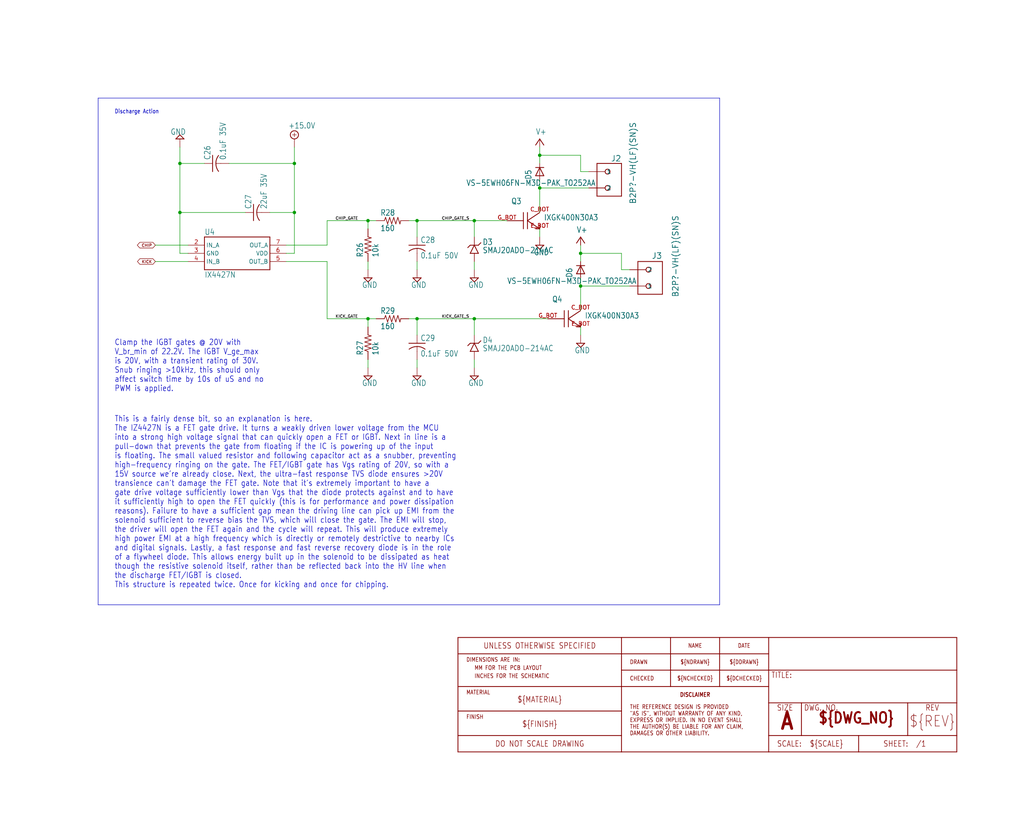
<source format=kicad_sch>
(kicad_sch (version 20230121) (generator eeschema)
  (paper "User" 318.084 254.203)
  (lib_symbols
    (symbol "kicker-eagle-import:+15.0V" (power)
      (property "Value" "+15.0V" (at -1.905 3.175 0))
      (symbol "+15.0V_1_0"
        (polyline (pts (xy -0.635 1.27) (xy 0.635 1.27)) (stroke (width 0.1524)))
        (polyline (pts (xy 0 0.635) (xy 0 1.905)) (stroke (width 0.1524)))
        (circle (center 0 1.27) (radius 1.27) (stroke (width 0.254)))
        (pin power_in line (at 0 -2.54 90) (length 2.54) (name "+15.0V") (number "1"))
      )
    )
    (symbol "kicker-eagle-import:B2P?-VH(LF)(SN)S"
      (property "Reference" "J" (at -5.08 7.62 0))
      (symbol "B2P?-VH(LF)(SN)S_1_0"
        (circle (center -0.762 -2.54) (radius 0.762) (stroke (width 0.254)))
        (circle (center -0.762 2.54) (radius 0.762) (stroke (width 0.254)))
        (polyline (pts (xy -5.08 -5.08) (xy 2.54 -5.08)) (stroke (width 0.254)))
        (polyline (pts (xy -5.08 5.08) (xy -5.08 -5.08)) (stroke (width 0.254)))
        (polyline (pts (xy 2.54 -5.08) (xy 2.54 5.08)) (stroke (width 0.254)))
        (polyline (pts (xy 2.54 5.08) (xy -5.08 5.08)) (stroke (width 0.254)))
        (pin bidirectional line (at 5.08 2.54 180) (length 5.08) (name "1") (number "1"))
        (pin bidirectional line (at 5.08 -2.54 180) (length 5.08) (name "2") (number "2"))
      )
    )
    (symbol "kicker-eagle-import:GND" (power)
      (property "Value" "GND" (at -1.905 -3.175 0))
      (symbol "GND_1_0"
        (polyline (pts (xy -1.27 0) (xy 1.27 0)) (stroke (width 0.254)))
        (polyline (pts (xy 0 -1.27) (xy -1.27 0)) (stroke (width 0.254)))
        (polyline (pts (xy 1.27 0) (xy 0 -1.27)) (stroke (width 0.254)))
        (pin power_in line (at 0 2.54 270) (length 2.54) (name "GND") (number "1"))
      )
    )
    (symbol "kicker-eagle-import:IX4427N"
      (property "Reference" "U" (at -10.16 7.62 0))
      (symbol "IX4427N_1_0"
        (polyline (pts (xy -10.16 -5.08) (xy -10.16 5.08)) (stroke (width 0.254)))
        (polyline (pts (xy -10.16 5.08) (xy 10.16 5.08)) (stroke (width 0.254)))
        (polyline (pts (xy 10.16 -5.08) (xy -10.16 -5.08)) (stroke (width 0.254)))
        (polyline (pts (xy 10.16 5.08) (xy 10.16 -5.08)) (stroke (width 0.254)))
        (pin bidirectional line (at -15.24 2.54 0) (length 5.08) (name "IN_A") (number "2"))
        (pin bidirectional line (at -15.24 0 0) (length 5.08) (name "GND") (number "3"))
        (pin bidirectional line (at -15.24 -2.54 0) (length 5.08) (name "IN_B") (number "4"))
        (pin bidirectional line (at 15.24 -2.54 180) (length 5.08) (name "OUT_B") (number "5"))
        (pin bidirectional line (at 15.24 0 180) (length 5.08) (name "VDD") (number "6"))
        (pin bidirectional line (at 15.24 2.54 180) (length 5.08) (name "OUT_A") (number "7"))
      )
    )
    (symbol "kicker-eagle-import:IXGK400N30A3"
      (property "Reference" "Q" (at -3.81 7.62 0))
      (symbol "IXGK400N30A3_1_0"
        (polyline (pts (xy -5.08 0) (xy 0 0)) (stroke (width 0.254)))
        (polyline (pts (xy 0 2.54) (xy 0 -2.54)) (stroke (width 0.254)))
        (polyline (pts (xy 1.27 0) (xy 1.27 -2.54)) (stroke (width 0.254)))
        (polyline (pts (xy 1.27 0) (xy 5.08 -2.54)) (stroke (width 0.254)))
        (polyline (pts (xy 1.27 2.54) (xy 1.27 0)) (stroke (width 0.254)))
        (polyline (pts (xy 5.08 -2.54) (xy 3.81 -2.54)) (stroke (width 0.254)))
        (polyline (pts (xy 5.08 -2.54) (xy 5.08 -1.27)) (stroke (width 0.254)))
        (polyline (pts (xy 5.08 2.54) (xy 1.27 0)) (stroke (width 0.254)))
        (pin bidirectional line (at 5.08 2.54 180) (length 0) (name "C") (number "C_BOT"))
        (pin bidirectional line (at 5.08 -2.54 180) (length 0) (name "E") (number "E_BOT"))
        (pin bidirectional line (at -5.08 0 180) (length 0) (name "G") (number "G_BOT"))
      )
    )
    (symbol "kicker-eagle-import:RO_FRAME_A_L_20161226"
      (symbol "RO_FRAME_A_L_20161226_1_0"
        (polyline (pts (xy 0 43.18) (xy 3.81 43.18)))
        (polyline (pts (xy 0 86.36) (xy 3.81 86.36)))
        (polyline (pts (xy 0 129.54) (xy 3.81 129.54)))
        (polyline (pts (xy 0 172.72) (xy 3.81 172.72)))
        (polyline (pts (xy 3.81 3.81) (xy 3.81 212.09)))
        (polyline (pts (xy 46.5667 0) (xy 46.5667 3.81)))
        (polyline (pts (xy 93.1333 0) (xy 93.1333 3.81)))
        (polyline (pts (xy 139.7 0) (xy 139.7 3.81)))
        (polyline (pts (xy 186.2667 0) (xy 186.2667 3.81)))
        (polyline (pts (xy 232.8333 0) (xy 232.8333 3.81)))
        (polyline (pts (xy 275.59 212.09) (xy 3.81 212.09)))
        (polyline (pts (xy 0 0) (xy 279.4 0) (xy 279.4 215.9) (xy 0 215.9) (xy 0 0)))
        (text "1" (at 23.2833 213.995 0) (effects (font (size 2.54 2.286))))
        (text "2" (at 69.85 213.995 0) (effects (font (size 2.54 2.286))))
        (text "3" (at 116.4167 213.995 0) (effects (font (size 2.54 2.286))))
        (text "4" (at 162.9833 213.995 0) (effects (font (size 2.54 2.286))))
        (text "5" (at 209.55 213.995 0) (effects (font (size 2.54 2.286))))
        (text "6" (at 256.1167 213.995 0) (effects (font (size 2.54 2.286))))
        (text "A" (at 1.905 194.31 0) (effects (font (size 2.54 2.286))))
        (text "B" (at 1.905 151.13 0) (effects (font (size 2.54 2.286))))
        (text "C" (at 1.905 107.95 0) (effects (font (size 2.54 2.286))))
        (text "D" (at 1.905 64.77 0) (effects (font (size 2.54 2.286))))
        (text "E" (at 1.905 21.59 0) (effects (font (size 2.54 2.286))))
      )
      (symbol "RO_FRAME_A_L_20161226_2_0"
        (polyline (pts (xy 0 0) (xy 0 5.08)) (stroke (width 0.254)))
        (polyline (pts (xy 0 5.08) (xy 0 12.7)) (stroke (width 0.254)))
        (polyline (pts (xy 0 12.7) (xy 0 20.32)) (stroke (width 0.254)))
        (polyline (pts (xy 0 12.7) (xy 50.8 12.7)) (stroke (width 0.254)))
        (polyline (pts (xy 0 20.32) (xy 0 30.48)) (stroke (width 0.254)))
        (polyline (pts (xy 0 30.48) (xy 0 35.56)) (stroke (width 0.254)))
        (polyline (pts (xy 0 30.48) (xy 50.8 30.48)) (stroke (width 0.254)))
        (polyline (pts (xy 0 35.56) (xy 50.8 35.56)) (stroke (width 0.254)))
        (polyline (pts (xy 50.8 0) (xy 0 0)) (stroke (width 0.254)))
        (polyline (pts (xy 50.8 5.08) (xy 0 5.08)) (stroke (width 0.254)))
        (polyline (pts (xy 50.8 5.08) (xy 50.8 0)) (stroke (width 0.254)))
        (polyline (pts (xy 50.8 12.7) (xy 50.8 5.08)) (stroke (width 0.254)))
        (polyline (pts (xy 50.8 20.32) (xy 0 20.32)) (stroke (width 0.254)))
        (polyline (pts (xy 50.8 20.32) (xy 50.8 12.7)) (stroke (width 0.254)))
        (polyline (pts (xy 50.8 20.32) (xy 50.8 25.4)) (stroke (width 0.254)))
        (polyline (pts (xy 50.8 25.4) (xy 50.8 30.48)) (stroke (width 0.254)))
        (polyline (pts (xy 50.8 25.4) (xy 96.52 25.4)) (stroke (width 0.254)))
        (polyline (pts (xy 50.8 30.48) (xy 96.52 30.48)) (stroke (width 0.254)))
        (polyline (pts (xy 50.8 35.56) (xy 50.8 30.48)) (stroke (width 0.254)))
        (polyline (pts (xy 50.8 35.56) (xy 66.04 35.56)) (stroke (width 0.254)))
        (polyline (pts (xy 66.04 20.32) (xy 50.8 20.32)) (stroke (width 0.254)))
        (polyline (pts (xy 66.04 35.56) (xy 66.04 20.32)) (stroke (width 0.254)))
        (polyline (pts (xy 66.04 35.56) (xy 81.28 35.56)) (stroke (width 0.254)))
        (polyline (pts (xy 81.28 20.32) (xy 66.04 20.32)) (stroke (width 0.254)))
        (polyline (pts (xy 81.28 35.56) (xy 81.28 20.32)) (stroke (width 0.254)))
        (polyline (pts (xy 81.28 35.56) (xy 96.52 35.56)) (stroke (width 0.254)))
        (polyline (pts (xy 96.52 0) (xy 50.8 0)) (stroke (width 0.254)))
        (polyline (pts (xy 96.52 0) (xy 96.52 5.08)) (stroke (width 0.254)))
        (polyline (pts (xy 96.52 5.08) (xy 96.52 15.24)) (stroke (width 0.254)))
        (polyline (pts (xy 96.52 5.08) (xy 106.68 5.08)) (stroke (width 0.254)))
        (polyline (pts (xy 96.52 15.24) (xy 96.52 20.32)) (stroke (width 0.254)))
        (polyline (pts (xy 96.52 15.24) (xy 106.68 15.24)) (stroke (width 0.254)))
        (polyline (pts (xy 96.52 20.32) (xy 81.28 20.32)) (stroke (width 0.254)))
        (polyline (pts (xy 96.52 20.32) (xy 96.52 25.4)) (stroke (width 0.254)))
        (polyline (pts (xy 96.52 25.4) (xy 96.52 30.48)) (stroke (width 0.254)))
        (polyline (pts (xy 96.52 25.4) (xy 154.94 25.4)) (stroke (width 0.254)))
        (polyline (pts (xy 96.52 30.48) (xy 96.52 35.56)) (stroke (width 0.254)))
        (polyline (pts (xy 96.52 35.56) (xy 154.94 35.56)) (stroke (width 0.254)))
        (polyline (pts (xy 106.68 5.08) (xy 124.46 5.08)) (stroke (width 0.254)))
        (polyline (pts (xy 106.68 15.24) (xy 106.68 5.08)) (stroke (width 0.254)))
        (polyline (pts (xy 106.68 15.24) (xy 139.7 15.24)) (stroke (width 0.254)))
        (polyline (pts (xy 124.46 0) (xy 96.52 0)) (stroke (width 0.254)))
        (polyline (pts (xy 124.46 5.08) (xy 124.46 0)) (stroke (width 0.254)))
        (polyline (pts (xy 124.46 5.08) (xy 139.7 5.08)) (stroke (width 0.254)))
        (polyline (pts (xy 139.7 5.08) (xy 154.94 5.08)) (stroke (width 0.254)))
        (polyline (pts (xy 139.7 15.24) (xy 139.7 5.08)) (stroke (width 0.254)))
        (polyline (pts (xy 139.7 15.24) (xy 154.94 15.24)) (stroke (width 0.254)))
        (polyline (pts (xy 154.94 0) (xy 124.46 0)) (stroke (width 0.254)))
        (polyline (pts (xy 154.94 5.08) (xy 154.94 0)) (stroke (width 0.254)))
        (polyline (pts (xy 154.94 15.24) (xy 154.94 5.08)) (stroke (width 0.254)))
        (polyline (pts (xy 154.94 25.4) (xy 154.94 15.24)) (stroke (width 0.254)))
        (polyline (pts (xy 154.94 35.56) (xy 154.94 25.4)) (stroke (width 0.254)))
        (text "${#}/${##}" (at 142.24 2.54 0) (effects (font (size 1.778 1.5113)) (justify left)))
        (text "${DCHECKED}" (at 88.9 22.86 0) (effects (font (size 1.27 1.0795))))
        (text "${DDRAWN}" (at 88.9 27.94 0) (effects (font (size 1.27 1.0795))))
        (text "${DWG_NO}" (at 111.76 8.636 0) (effects (font (size 3.302 2.8067) (thickness 0.5613) bold) (justify left bottom)))
        (text "${FINISH}" (at 25.4 7.62 0) (effects (font (size 1.778 1.5113)) (justify bottom)))
        (text "${MATERIAL}" (at 25.4 15.24 0) (effects (font (size 1.778 1.5113)) (justify bottom)))
        (text "${NCHECKED}" (at 73.66 22.86 0) (effects (font (size 1.27 1.0795))))
        (text "${NDRAWN}" (at 73.66 27.94 0) (effects (font (size 1.27 1.0795))))
        (text "${REV}" (at 147.32 7.62 0) (effects (font (size 3.302 2.8067)) (justify bottom)))
        (text "${SCALE}" (at 109.22 2.54 0) (effects (font (size 1.778 1.5113)) (justify left)))
        (text "${TITLE}" (at 104.14 20.32 0) (effects (font (size 3.302 2.8067)) (justify left)))
        (text "A" (at 99.822 6.604 0) (effects (font (size 5.08 4.318) (thickness 0.8636) bold) (justify left bottom)))
        (text "CHECKED" (at 53.34 22.86 0) (effects (font (size 1.27 1.0795)) (justify left)))
        (text "DATE" (at 88.9 33.02 0) (effects (font (size 1.27 1.0795))))
        (text "DIMENSIONS ARE IN:" (at 2.54 27.94 0) (effects (font (size 1.27 1.0795)) (justify left bottom)))
        (text "DISCLAIMER" (at 73.66 17.78 0) (effects (font (size 1.27 1.0795) (thickness 0.2159) bold)))
        (text "DO NOT SCALE DRAWING" (at 25.4 2.54 0) (effects (font (size 1.778 1.5113))))
        (text "DRAWN" (at 53.34 27.94 0) (effects (font (size 1.27 1.0795)) (justify left)))
        (text "DWG. NO." (at 107.442 12.7 0) (effects (font (size 1.778 1.5113)) (justify left bottom)))
        (text "FINISH" (at 2.54 10.16 0) (effects (font (size 1.27 1.0795)) (justify left bottom)))
        (text "INCHES FOR THE SCHEMATIC" (at 5.08 22.86 0) (effects (font (size 1.27 1.0795)) (justify left bottom)))
        (text "MATERIAL" (at 2.54 17.78 0) (effects (font (size 1.27 1.0795)) (justify left bottom)))
        (text "MM FOR THE PCB LAYOUT" (at 5.08 25.4 0) (effects (font (size 1.27 1.0795)) (justify left bottom)))
        (text "NAME" (at 73.66 33.02 0) (effects (font (size 1.27 1.0795))))
        (text "REV" (at 147.32 12.7 0) (effects (font (size 1.778 1.5113)) (justify bottom)))
        (text "SCALE:" (at 99.06 2.54 0) (effects (font (size 1.778 1.5113)) (justify left)))
        (text "SHEET:" (at 132.08 2.54 0) (effects (font (size 1.778 1.5113)) (justify left)))
        (text "SIZE" (at 101.6 12.7 0) (effects (font (size 1.778 1.5113)) (justify bottom)))
        (text "THE REFERENCE DESIGN IS PROVIDED\n\"AS IS\", WITHOUT WARRANTY OF ANY KIND,\nEXPRESS OR IMPLIED. IN NO EVENT SHALL\nTHE AUTHOR(S) BE LIABLE FOR ANY CLAIM,\nDAMAGES OR OTHER LIABILITY." (at 53.34 5.08 0) (effects (font (size 1.27 1.0795)) (justify left bottom)))
        (text "TITLE:" (at 97.282 22.86 0) (effects (font (size 1.778 1.5113)) (justify left bottom)))
        (text "UNLESS OTHERWISE SPECIFIED" (at 25.4 33.02 0) (effects (font (size 1.778 1.5113))))
      )
    )
    (symbol "kicker-eagle-import:SMAJ20ADO-214AC"
      (property "Reference" "D" (at 2.54 0 0))
      (symbol "SMAJ20ADO-214AC_1_0"
        (polyline (pts (xy -1.27 -2.54) (xy 1.27 -2.54)) (stroke (width 0.254)))
        (polyline (pts (xy -1.27 0) (xy -2.032 -0.762)) (stroke (width 0.254)))
        (polyline (pts (xy 0 0) (xy -1.27 -2.54)) (stroke (width 0.254)))
        (polyline (pts (xy 0 0) (xy -1.27 0)) (stroke (width 0.254)))
        (polyline (pts (xy 1.27 -2.54) (xy 0 0)) (stroke (width 0.254)))
        (polyline (pts (xy 1.27 0) (xy 0 0)) (stroke (width 0.254)))
        (polyline (pts (xy 2.032 0.762) (xy 1.27 0)) (stroke (width 0.254)))
        (pin passive line (at 0 -5.08 90) (length 2.54) (name "A") (number "1"))
        (pin passive line (at 0 2.54 270) (length 2.54) (name "C") (number "2"))
      )
    )
    (symbol "kicker-eagle-import:V+" (power)
      (property "Value" "V+" (at -1.27 1.27 0))
      (symbol "V+_1_0"
        (polyline (pts (xy 0 0) (xy -1.27 -1.905)) (stroke (width 0.254)))
        (polyline (pts (xy 1.27 -1.905) (xy 0 0)) (stroke (width 0.254)))
        (pin power_in line (at 0 -2.54 90) (length 2.54) (name "V+") (number "1"))
      )
    )
    (symbol "kicker-eagle-import:VS-5EWH06FN-M3D-PAK_TO252AA"
      (property "Reference" "D" (at -2.54 2.54 0))
      (symbol "VS-5EWH06FN-M3D-PAK_TO252AA_1_0"
        (polyline (pts (xy -1.27 -1.27) (xy 1.27 0)) (stroke (width 0.254)))
        (polyline (pts (xy -1.27 1.27) (xy -1.27 -1.27)) (stroke (width 0.254)))
        (polyline (pts (xy 1.27 0) (xy -1.27 1.27)) (stroke (width 0.254)))
        (polyline (pts (xy 1.27 0) (xy 1.27 -1.27)) (stroke (width 0.254)))
        (polyline (pts (xy 1.27 1.27) (xy 1.27 0)) (stroke (width 0.254)))
        (pin passive line (at -2.54 0 0) (length 2.54) (name "A") (number "2"))
        (pin passive line (at 2.54 0 180) (length 2.54) (name "C") (number "3"))
      )
    )
    (symbol "kicker-eagle-import:rcl_C-USC0603"
      (property "Reference" "C" (at 1.016 0.635 0))
      (symbol "rcl_C-USC0603_1_0"
        (arc (start 0 -1.0161) (mid -1.302 -1.2303) (end -2.4668 -1.8504) (stroke (width 0.254)))
        (polyline (pts (xy -2.54 0) (xy 2.54 0)) (stroke (width 0.254)))
        (polyline (pts (xy 0 -1.016) (xy 0 -2.54)) (stroke (width 0.1524)))
        (arc (start 2.4892 -1.8541) (mid 1.3158 -1.2194) (end 0 -1) (stroke (width 0.254)))
        (pin passive line (at 0 2.54 270) (length 2.54) (name "1") (number "1"))
        (pin passive line (at 0 -5.08 90) (length 2.54) (name "2") (number "2"))
      )
    )
    (symbol "kicker-eagle-import:rcl_C-USC0805"
      (property "Reference" "C" (at 1.016 0.635 0))
      (symbol "rcl_C-USC0805_1_0"
        (arc (start 0 -1.0161) (mid -1.302 -1.2303) (end -2.4668 -1.8504) (stroke (width 0.254)))
        (polyline (pts (xy -2.54 0) (xy 2.54 0)) (stroke (width 0.254)))
        (polyline (pts (xy 0 -1.016) (xy 0 -2.54)) (stroke (width 0.1524)))
        (arc (start 2.4892 -1.8541) (mid 1.3158 -1.2194) (end 0 -1) (stroke (width 0.254)))
        (pin passive line (at 0 2.54 270) (length 2.54) (name "1") (number "1"))
        (pin passive line (at 0 -5.08 90) (length 2.54) (name "2") (number "2"))
      )
    )
    (symbol "kicker-eagle-import:rcl_R-US_R0603"
      (property "Reference" "R" (at -3.81 1.4986 0))
      (symbol "rcl_R-US_R0603_1_0"
        (polyline (pts (xy -2.54 0) (xy -2.159 1.016)) (stroke (width 0.2032)))
        (polyline (pts (xy -2.159 1.016) (xy -1.524 -1.016)) (stroke (width 0.2032)))
        (polyline (pts (xy -1.524 -1.016) (xy -0.889 1.016)) (stroke (width 0.2032)))
        (polyline (pts (xy -0.889 1.016) (xy -0.254 -1.016)) (stroke (width 0.2032)))
        (polyline (pts (xy -0.254 -1.016) (xy 0.381 1.016)) (stroke (width 0.2032)))
        (polyline (pts (xy 0.381 1.016) (xy 1.016 -1.016)) (stroke (width 0.2032)))
        (polyline (pts (xy 1.016 -1.016) (xy 1.651 1.016)) (stroke (width 0.2032)))
        (polyline (pts (xy 1.651 1.016) (xy 2.286 -1.016)) (stroke (width 0.2032)))
        (polyline (pts (xy 2.286 -1.016) (xy 2.54 0)) (stroke (width 0.2032)))
        (pin passive line (at -5.08 0 0) (length 2.54) (name "1") (number "1"))
        (pin passive line (at 5.08 0 180) (length 2.54) (name "2") (number "2"))
      )
    )
    (symbol "kicker-eagle-import:rcl_R-US_R1206"
      (property "Reference" "R" (at -3.81 1.4986 0))
      (symbol "rcl_R-US_R1206_1_0"
        (polyline (pts (xy -2.54 0) (xy -2.159 1.016)) (stroke (width 0.2032)))
        (polyline (pts (xy -2.159 1.016) (xy -1.524 -1.016)) (stroke (width 0.2032)))
        (polyline (pts (xy -1.524 -1.016) (xy -0.889 1.016)) (stroke (width 0.2032)))
        (polyline (pts (xy -0.889 1.016) (xy -0.254 -1.016)) (stroke (width 0.2032)))
        (polyline (pts (xy -0.254 -1.016) (xy 0.381 1.016)) (stroke (width 0.2032)))
        (polyline (pts (xy 0.381 1.016) (xy 1.016 -1.016)) (stroke (width 0.2032)))
        (polyline (pts (xy 1.016 -1.016) (xy 1.651 1.016)) (stroke (width 0.2032)))
        (polyline (pts (xy 1.651 1.016) (xy 2.286 -1.016)) (stroke (width 0.2032)))
        (polyline (pts (xy 2.286 -1.016) (xy 2.54 0)) (stroke (width 0.2032)))
        (pin passive line (at -5.08 0 0) (length 2.54) (name "1") (number "1"))
        (pin passive line (at 5.08 0 180) (length 2.54) (name "2") (number "2"))
      )
    )
  )
  (junction (at 55.88 66.04))
  (junction (at 91.44 50.8))
  (junction (at 114.3 68.58))
  (junction (at 147.32 68.58))
  (junction (at 129.54 99.06))
  (junction (at 55.88 50.8))
  (junction (at 167.64 58.42))
  (junction (at 180.34 78.74))
  (junction (at 91.44 66.04))
  (junction (at 114.3 99.06))
  (junction (at 129.54 68.58))
  (junction (at 180.34 88.9))
  (junction (at 167.64 48.26))
  (junction (at 147.32 99.06))
  (wire (pts (xy 88.9 81.28) (xy 101.6 81.28)) (stroke (width 0.1524)))
  (wire (pts (xy 58.42 76.2) (xy 48.26 76.2)) (stroke (width 0.1524)))
  (wire (pts (xy 180.34 88.9) (xy 180.34 86.36)) (stroke (width 0.1524)))
  (wire (pts (xy 129.54 73.66) (xy 129.54 68.58)) (stroke (width 0.1524)))
  (wire (pts (xy 91.44 78.74) (xy 88.9 78.74)) (stroke (width 0.1524)))
  (wire (pts (xy 182.88 58.42) (xy 167.64 58.42)) (stroke (width 0.1524)))
  (wire (pts (xy 101.6 68.58) (xy 114.3 68.58)) (stroke (width 0.1524)))
  (wire (pts (xy 129.54 81.28) (xy 129.54 83.82)) (stroke (width 0.1524)))
  (wire (pts (xy 167.64 58.42) (xy 167.64 55.88)) (stroke (width 0.1524)))
  (wire (pts (xy 76.2 66.04) (xy 55.88 66.04)) (stroke (width 0.1524)))
  (polyline (pts (xy 30.48 187.96) (xy 223.52 187.96)) (stroke (width 0.1524) (type solid)))
  (wire (pts (xy 114.3 71.12) (xy 114.3 68.58)) (stroke (width 0.1524)))
  (wire (pts (xy 147.32 104.14) (xy 147.32 99.06)) (stroke (width 0.1524)))
  (wire (pts (xy 180.34 104.14) (xy 180.34 101.6)) (stroke (width 0.1524)))
  (polyline (pts (xy 223.52 30.48) (xy 30.48 30.48)) (stroke (width 0.1524) (type solid)))
  (wire (pts (xy 58.42 78.74) (xy 55.88 78.74)) (stroke (width 0.1524)))
  (wire (pts (xy 147.32 111.76) (xy 147.32 114.3)) (stroke (width 0.1524)))
  (wire (pts (xy 101.6 76.2) (xy 101.6 68.58)) (stroke (width 0.1524)))
  (wire (pts (xy 114.3 101.6) (xy 114.3 99.06)) (stroke (width 0.1524)))
  (wire (pts (xy 71.12 50.8) (xy 91.44 50.8)) (stroke (width 0.1524)))
  (wire (pts (xy 193.04 78.74) (xy 193.04 83.82)) (stroke (width 0.1524)))
  (wire (pts (xy 101.6 99.06) (xy 114.3 99.06)) (stroke (width 0.1524)))
  (wire (pts (xy 129.54 104.14) (xy 129.54 99.06)) (stroke (width 0.1524)))
  (polyline (pts (xy 223.52 187.96) (xy 223.52 30.48)) (stroke (width 0.1524) (type solid)))
  (wire (pts (xy 147.32 73.66) (xy 147.32 68.58)) (stroke (width 0.1524)))
  (wire (pts (xy 129.54 111.76) (xy 129.54 114.3)) (stroke (width 0.1524)))
  (wire (pts (xy 147.32 81.28) (xy 147.32 83.82)) (stroke (width 0.1524)))
  (wire (pts (xy 101.6 81.28) (xy 101.6 99.06)) (stroke (width 0.1524)))
  (wire (pts (xy 167.64 50.8) (xy 167.64 48.26)) (stroke (width 0.1524)))
  (wire (pts (xy 114.3 68.58) (xy 116.84 68.58)) (stroke (width 0.1524)))
  (wire (pts (xy 114.3 81.28) (xy 114.3 83.82)) (stroke (width 0.1524)))
  (wire (pts (xy 127 68.58) (xy 129.54 68.58)) (stroke (width 0.1524)))
  (wire (pts (xy 180.34 78.74) (xy 180.34 76.2)) (stroke (width 0.1524)))
  (wire (pts (xy 55.88 50.8) (xy 55.88 45.72)) (stroke (width 0.1524)))
  (wire (pts (xy 114.3 111.76) (xy 114.3 114.3)) (stroke (width 0.1524)))
  (wire (pts (xy 91.44 50.8) (xy 91.44 45.72)) (stroke (width 0.1524)))
  (wire (pts (xy 167.64 71.12) (xy 167.64 73.66)) (stroke (width 0.1524)))
  (wire (pts (xy 83.82 66.04) (xy 91.44 66.04)) (stroke (width 0.1524)))
  (wire (pts (xy 182.88 53.34) (xy 180.34 53.34)) (stroke (width 0.1524)))
  (wire (pts (xy 55.88 66.04) (xy 55.88 50.8)) (stroke (width 0.1524)))
  (wire (pts (xy 91.44 66.04) (xy 91.44 50.8)) (stroke (width 0.1524)))
  (wire (pts (xy 195.58 88.9) (xy 180.34 88.9)) (stroke (width 0.1524)))
  (wire (pts (xy 58.42 81.28) (xy 48.26 81.28)) (stroke (width 0.1524)))
  (wire (pts (xy 167.64 58.42) (xy 167.64 66.04)) (stroke (width 0.1524)))
  (wire (pts (xy 129.54 68.58) (xy 147.32 68.58)) (stroke (width 0.1524)))
  (wire (pts (xy 55.88 50.8) (xy 63.5 50.8)) (stroke (width 0.1524)))
  (wire (pts (xy 157.48 68.58) (xy 147.32 68.58)) (stroke (width 0.1524)))
  (polyline (pts (xy 30.48 30.48) (xy 30.48 187.96)) (stroke (width 0.1524) (type solid)))
  (wire (pts (xy 88.9 76.2) (xy 101.6 76.2)) (stroke (width 0.1524)))
  (wire (pts (xy 167.64 48.26) (xy 167.64 45.72)) (stroke (width 0.1524)))
  (wire (pts (xy 127 99.06) (xy 129.54 99.06)) (stroke (width 0.1524)))
  (wire (pts (xy 180.34 96.52) (xy 180.34 88.9)) (stroke (width 0.1524)))
  (wire (pts (xy 193.04 83.82) (xy 195.58 83.82)) (stroke (width 0.1524)))
  (wire (pts (xy 114.3 99.06) (xy 116.84 99.06)) (stroke (width 0.1524)))
  (wire (pts (xy 55.88 78.74) (xy 55.88 66.04)) (stroke (width 0.1524)))
  (wire (pts (xy 147.32 99.06) (xy 170.18 99.06)) (stroke (width 0.1524)))
  (wire (pts (xy 91.44 78.74) (xy 91.44 66.04)) (stroke (width 0.1524)))
  (wire (pts (xy 129.54 99.06) (xy 147.32 99.06)) (stroke (width 0.1524)))
  (wire (pts (xy 180.34 53.34) (xy 180.34 48.26)) (stroke (width 0.1524)))
  (wire (pts (xy 180.34 48.26) (xy 167.64 48.26)) (stroke (width 0.1524)))
  (wire (pts (xy 180.34 78.74) (xy 193.04 78.74)) (stroke (width 0.1524)))
  (wire (pts (xy 180.34 81.28) (xy 180.34 78.74)) (stroke (width 0.1524)))
  (text "Discharge Action" (at 35.56 35.56 0) (effects (font (size 1.27 1.0795)) (justify left bottom)))
  (text "This is a fairly dense bit, so an explanation is here.\nThe IZ4427N is a FET gate drive. It turns a weakly driven lower voltage from the MCU\ninto a strong high voltage signal that can quickly open a FET or IGBT. Next in line is a\npull-down that prevents the gate from floating if the IC is powering up of the input\nis floating. The small valued resistor and following capacitor act as a snubber, preventing\nhigh-frequency ringing on the gate. The FET/IGBT gate has Vgs rating of 20V, so with a\n15V source we're already close. Next, the ultra-fast response TVS diode ensures >20V\ntransience can't damage the FET gate. Note that it's extremely important to have a\ngate drive voltage sufficiently lower than Vgs that the diode protects against and to have\nit sufficiently high to open the FET quickly (this is for performance and power dissipation\nreasons). Failure to have a sufficient gap mean the driving line can pick up EMI from the\nsolenoid sufficient to reverse bias the TVS, which will close the gate. The EMI will stop,\nthe driver will open the FET again and the cycle will repeat. This will produce extremely\nhigh power EMI at a high frequency which is directly or remotely destrictive to nearby ICs\nand digital signals. Lastly, a fast response and fast reverse recovery diode is in the role\nof a flywheel diode. This allows energy built up in the solenoid to be dissipated as heat\nthough the resistive solenoid itself, rather than be reflected back into the HV line when\nthe discharge FET/IGBT is closed.\nThis structure is repeated twice. Once for kicking and once for chipping." (at 35.56 182.88 0) (effects (font (size 1.778 1.5113)) (justify left bottom)))
  (text "Clamp the IGBT gates @ 20V with\nV_br_min of 22.2V. The IGBT V_ge_max\nis 20V, with a transient rating of 30V.\nSnub ringing >10kHz, this should only\naffect switch time by 10s of uS and no\nPWM is applied." (at 35.56 121.92 0) (effects (font (size 1.778 1.5113)) (justify left bottom)))
  (label "CHIP_GATE" (at 104.14 68.58 0) (effects (font (size 0.889 0.889))))
  (label "CHIP_GATE_S" (at 137.16 68.58 0) (effects (font (size 0.889 0.889))))
  (label "KICK_GATE_S" (at 137.16 99.06 0) (effects (font (size 0.889 0.889))))
  (label "KICK_GATE" (at 104.14 99.06 0) (effects (font (size 0.889 0.889))))
  (global_label "CHIP" (shape bidirectional) (at 48.26 76.2 180) (effects (font (size 0.889 0.889))) (property "Intersheetrefs" "${INTERSHEET_REFS}" (effects hide)))
  (global_label "KICK" (shape bidirectional) (at 48.26 81.28 180) (effects (font (size 0.889 0.889))) (property "Intersheetrefs" "${INTERSHEET_REFS}" (effects hide)))
  (symbol (lib_id "kicker-eagle-import:rcl_C-USC0805") (at 78.74 66.04 90) (unit 1)
    (property "Reference" "C27" (at 78.105 65.024 0) (effects (font (size 1.778 1.5113)) (justify left bottom)))
    (property "Value" "22uF 35V" (at 82.931 65.024 0) (effects (font (size 1.778 1.5113)) (justify left bottom)))
    (property "Footprint" "kicker:C0805" (effects hide))
  )
  (symbol (lib_id "kicker-eagle-import:GND") (at 147.32 116.84 0) (unit 1)
    (property "Reference" "#SUPPLY47" (effects hide))
    (property "Value" "GND" (at 145.415 120.015 0) (effects (font (size 1.778 1.5113)) (justify left bottom)))
  )
  (symbol (lib_id "kicker-eagle-import:GND") (at 180.34 106.68 0) (unit 1)
    (property "Reference" "#SUPPLY51" (effects hide))
    (property "Value" "GND" (at 178.435 109.855 0) (effects (font (size 1.778 1.5113)) (justify left bottom)))
  )
  (symbol (lib_id "kicker-eagle-import:B2P?-VH(LF)(SN)S") (at 187.96 55.88 0) (mirror y) (unit 1)
    (property "Reference" "J2" (at 193.04 48.26 0) (effects (font (size 1.778 1.778)) (justify left top)))
    (property "Value" "B2P?-VH(LF)(SN)S" (at 195.58 63.5 90) (effects (font (size 1.778 1.778)) (justify left bottom)))
    (property "Footprint" "kicker:B2PS-CENTERED" (effects hide))
  )
  (symbol (lib_id "kicker-eagle-import:GND") (at 147.32 86.36 0) (unit 1)
    (property "Reference" "#SUPPLY46" (effects hide))
    (property "Value" "GND" (at 145.415 89.535 0) (effects (font (size 1.778 1.5113)) (justify left bottom)))
  )
  (symbol (lib_id "kicker-eagle-import:rcl_R-US_R1206") (at 121.92 99.06 0) (unit 1)
    (property "Reference" "R29" (at 118.11 97.5614 0) (effects (font (size 1.778 1.5113)) (justify left bottom)))
    (property "Value" "160" (at 118.11 102.362 0) (effects (font (size 1.778 1.5113)) (justify left bottom)))
    (property "Footprint" "kicker:R1206" (effects hide))
  )
  (symbol (lib_id "kicker-eagle-import:SMAJ20ADO-214AC") (at 147.32 106.68 0) (unit 1)
    (property "Reference" "D4" (at 149.86 106.68 0) (effects (font (size 1.778 1.5113)) (justify left bottom)))
    (property "Value" "SMAJ20ADO-214AC" (at 149.86 109.22 0) (effects (font (size 1.778 1.5113)) (justify left bottom)))
    (property "Footprint" "kicker:RESM5226X262" (effects hide))
  )
  (symbol (lib_id "kicker-eagle-import:IXGK400N30A3") (at 175.26 99.06 0) (unit 1)
    (property "Reference" "Q4" (at 171.45 93.98 0) (effects (font (size 1.778 1.5113)) (justify left bottom)))
    (property "Value" "IXGK400N30A3" (at 181.61 99.06 0) (effects (font (size 1.778 1.5113)) (justify left bottom)))
    (property "Footprint" "kicker:TO264" (effects hide))
  )
  (symbol (lib_id "kicker-eagle-import:VS-5EWH06FN-M3D-PAK_TO252AA") (at 167.64 53.34 90) (unit 1)
    (property "Reference" "D5" (at 165.1 55.88 0) (effects (font (size 1.778 1.5113)) (justify left bottom)))
    (property "Value" "VS-5EWH06FN-M3D-PAK_TO252AA" (at 144.78 55.88 90) (effects (font (size 1.778 1.5113)) (justify right bottom)))
    (property "Footprint" "kicker:TO460P990X239-3" (effects hide))
  )
  (symbol (lib_id "kicker-eagle-import:+15.0V") (at 91.44 43.18 0) (unit 1)
    (property "Reference" "#SUPPLY41" (effects hide))
    (property "Value" "+15.0V" (at 89.535 40.005 0) (effects (font (size 1.778 1.5113)) (justify left bottom)))
  )
  (symbol (lib_id "kicker-eagle-import:rcl_R-US_R1206") (at 121.92 68.58 0) (unit 1)
    (property "Reference" "R28" (at 118.11 67.0814 0) (effects (font (size 1.778 1.5113)) (justify left bottom)))
    (property "Value" "160" (at 118.11 71.882 0) (effects (font (size 1.778 1.5113)) (justify left bottom)))
    (property "Footprint" "kicker:R1206" (effects hide))
  )
  (symbol (lib_id "kicker-eagle-import:GND") (at 114.3 86.36 0) (unit 1)
    (property "Reference" "#SUPPLY42" (effects hide))
    (property "Value" "GND" (at 112.395 89.535 0) (effects (font (size 1.778 1.5113)) (justify left bottom)))
  )
  (symbol (lib_id "kicker-eagle-import:rcl_R-US_R0603") (at 114.3 106.68 90) (unit 1)
    (property "Reference" "R27" (at 112.8014 110.49 0) (effects (font (size 1.778 1.5113)) (justify left bottom)))
    (property "Value" "10k" (at 117.602 110.49 0) (effects (font (size 1.778 1.5113)) (justify left bottom)))
    (property "Footprint" "kicker:R0603" (effects hide))
  )
  (symbol (lib_id "kicker-eagle-import:V+") (at 180.34 73.66 0) (unit 1)
    (property "Reference" "#SUPPLY50" (effects hide))
    (property "Value" "V+" (at 179.07 72.39 0) (effects (font (size 1.778 1.5113)) (justify left bottom)))
  )
  (symbol (lib_id "kicker-eagle-import:rcl_C-USC0603") (at 66.04 50.8 90) (unit 1)
    (property "Reference" "C26" (at 65.405 49.784 0) (effects (font (size 1.778 1.5113)) (justify left bottom)))
    (property "Value" "0.1uF 35V" (at 70.231 49.784 0) (effects (font (size 1.778 1.5113)) (justify left bottom)))
    (property "Footprint" "kicker:C0603" (effects hide))
  )
  (symbol (lib_id "kicker-eagle-import:IX4427N") (at 73.66 78.74 0) (unit 1)
    (property "Reference" "U4" (at 63.5 71.12 0) (effects (font (size 1.778 1.5113)) (justify left top)))
    (property "Value" "IX4427N" (at 63.5 86.36 0) (effects (font (size 1.778 1.5113)) (justify left bottom)))
    (property "Footprint" "kicker:SOIC-8" (effects hide))
  )
  (symbol (lib_id "kicker-eagle-import:IXGK400N30A3") (at 162.56 68.58 0) (unit 1)
    (property "Reference" "Q3" (at 158.75 63.5 0) (effects (font (size 1.778 1.5113)) (justify left bottom)))
    (property "Value" "IXGK400N30A3" (at 168.91 68.58 0) (effects (font (size 1.778 1.5113)) (justify left bottom)))
    (property "Footprint" "kicker:TO264" (effects hide))
  )
  (symbol (lib_id "kicker-eagle-import:GND") (at 129.54 86.36 0) (unit 1)
    (property "Reference" "#SUPPLY44" (effects hide))
    (property "Value" "GND" (at 127.635 89.535 0) (effects (font (size 1.778 1.5113)) (justify left bottom)))
  )
  (symbol (lib_id "kicker-eagle-import:RO_FRAME_A_L_20161226") (at 142.24 233.68 0) (unit 2)
    (property "Reference" "#FRAME4" (effects hide))
    (property "Value" "RO_FRAME_A_L_20161226" (effects hide))
  )
  (symbol (lib_id "kicker-eagle-import:GND") (at 167.64 76.2 0) (unit 1)
    (property "Reference" "#SUPPLY49" (effects hide))
    (property "Value" "GND" (at 165.735 79.375 0) (effects (font (size 1.778 1.5113)) (justify left bottom)))
  )
  (symbol (lib_id "kicker-eagle-import:V+") (at 167.64 43.18 0) (unit 1)
    (property "Reference" "#SUPPLY48" (effects hide))
    (property "Value" "V+" (at 166.37 41.91 0) (effects (font (size 1.778 1.5113)) (justify left bottom)))
  )
  (symbol (lib_id "kicker-eagle-import:rcl_R-US_R0603") (at 114.3 76.2 90) (unit 1)
    (property "Reference" "R26" (at 112.8014 80.01 0) (effects (font (size 1.778 1.5113)) (justify left bottom)))
    (property "Value" "10k" (at 117.602 80.01 0) (effects (font (size 1.778 1.5113)) (justify left bottom)))
    (property "Footprint" "kicker:R0603" (effects hide))
  )
  (symbol (lib_id "kicker-eagle-import:GND") (at 114.3 116.84 0) (unit 1)
    (property "Reference" "#SUPPLY43" (effects hide))
    (property "Value" "GND" (at 112.395 120.015 0) (effects (font (size 1.778 1.5113)) (justify left bottom)))
  )
  (symbol (lib_id "kicker-eagle-import:rcl_C-USC0603") (at 129.54 106.68 0) (unit 1)
    (property "Reference" "C29" (at 130.556 106.045 0) (effects (font (size 1.778 1.5113)) (justify left bottom)))
    (property "Value" "0.1uF 50V" (at 130.556 110.871 0) (effects (font (size 1.778 1.5113)) (justify left bottom)))
    (property "Footprint" "kicker:C0603" (effects hide))
  )
  (symbol (lib_id "kicker-eagle-import:VS-5EWH06FN-M3D-PAK_TO252AA") (at 180.34 83.82 90) (unit 1)
    (property "Reference" "D6" (at 177.8 86.36 0) (effects (font (size 1.778 1.5113)) (justify left bottom)))
    (property "Value" "VS-5EWH06FN-M3D-PAK_TO252AA" (at 157.48 86.36 90) (effects (font (size 1.778 1.5113)) (justify right bottom)))
    (property "Footprint" "kicker:TO460P990X239-3" (effects hide))
  )
  (symbol (lib_id "kicker-eagle-import:rcl_C-USC0603") (at 129.54 76.2 0) (unit 1)
    (property "Reference" "C28" (at 130.556 75.565 0) (effects (font (size 1.778 1.5113)) (justify left bottom)))
    (property "Value" "0.1uF 50V" (at 130.556 80.391 0) (effects (font (size 1.778 1.5113)) (justify left bottom)))
    (property "Footprint" "kicker:C0603" (effects hide))
  )
  (symbol (lib_id "kicker-eagle-import:SMAJ20ADO-214AC") (at 147.32 76.2 0) (unit 1)
    (property "Reference" "D3" (at 149.86 76.2 0) (effects (font (size 1.778 1.5113)) (justify left bottom)))
    (property "Value" "SMAJ20ADO-214AC" (at 149.86 78.74 0) (effects (font (size 1.778 1.5113)) (justify left bottom)))
    (property "Footprint" "kicker:RESM5226X262" (effects hide))
  )
  (symbol (lib_id "kicker-eagle-import:B2P?-VH(LF)(SN)S") (at 200.66 86.36 180) (unit 1)
    (property "Reference" "J3" (at 205.74 80.518 0) (effects (font (size 1.778 1.778)) (justify left top)))
    (property "Value" "B2P?-VH(LF)(SN)S" (at 210.82 92.456 90) (effects (font (size 1.778 1.778)) (justify right top)))
    (property "Footprint" "kicker:B2PS-CENTERED" (effects hide))
  )
  (symbol (lib_id "kicker-eagle-import:GND") (at 55.88 43.18 180) (unit 1)
    (property "Reference" "#SUPPLY40" (effects hide))
    (property "Value" "GND" (at 57.785 40.005 0) (effects (font (size 1.778 1.5113)) (justify left bottom)))
  )
  (symbol (lib_id "kicker-eagle-import:GND") (at 129.54 116.84 0) (unit 1)
    (property "Reference" "#SUPPLY45" (effects hide))
    (property "Value" "GND" (at 127.635 120.015 0) (effects (font (size 1.778 1.5113)) (justify left bottom)))
  )
)
</source>
